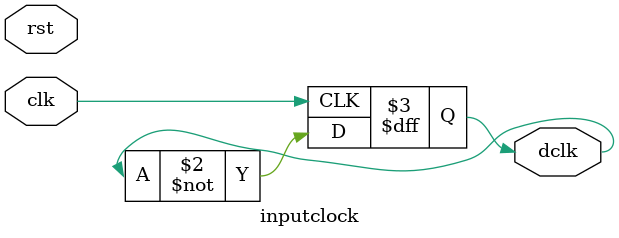
<source format=v>

module main(
	input clk,
	
	input krst,
	
	// DISK CONTROLLER
	
	input mosi_sd,
	output cs_sd,
	output miso_sd,
	output sck_sd,
	
	
	// KEYS
	
	input kin1,
	input kin2,
	input kin3,
	input kin4,

	// KEYBOARD
	
	input ps2clk,
	input ps2data,

	// VIDEO
	output R,
	output G,
	output B,
	
	output hsync,
	output vsync,
	
	// SOUND
	output sound,
	
	// LEDS 
	
	output[3:0] led,
	
	// INTERFACE

	output uart_txd,
	input uart_rxd,
	
	output uart_txd1,
	input uart_rxd1,
	
	input[15:0] gpio_in,
	output[15:0] gpio_out
);

wire inclk;
wire iclk  =clk;

inputclock inclo(.clk(iclk),
					  .rst(irst),
					  .dclk(inclk)
);

wire kkrst;

keyrstmodule krsta(.clk(iclk),
				 .in(krst),
	
				 .tclk(inclk),
				 
				 .rst(kkrst)
);

wire wrst;

wire irq1;
wire irq2;
wire irq3;
wire irq4;
wire irq5;
wire irq6;
wire irq7;

wire saverdy;
wire readrdy;



wire readstart;

wire[1:0] outsel;

wire[31:0] oout1;
wire[31:0] oout2;
wire[31:0] oout3;
wire[31:0] oout4;

wire[31:0] iin1;
wire[31:0] iin2;
wire[31:0] iin3;
wire[31:0] iin4;

wire irst = kkrst;

wire clkm;




wire[31:0] toCPU;

wire[15:0] in1 ;
wire[15:0] in2 ;


wire[14:0] addrCPU;
wire[31:0] fromCPU;
wire wCPU;


wire[15:0] out1;
wire[15:0] out2;


wire[31:0] fromPro;
wire[31:0] inToPro;

wire[31:0] tomRAM8;
wire wmRAM8;
wire[14:0] addrmRAM8;
	
wire[31:0] toCPURAM8;


wire[11:0] addrmROM;
wire[31:0] toCPUROM;

wire mrdy;
wire[23:0] mout;
wire[23:0] min;

wire mstart;



div_input dI50(.clk(iclk),.rst(irst),.clkm(clkm));

keyDevice kD(.clk(clk),
				 .tclk(inclk),
				 
				 .rst(irst),
				 .krst(krst),
				 
				 .irq(irq1),
				
				 .in1(kin1),
				 .in2(kin2),
				 .in3(kin3),
				 .in4(kin4),
				 
				 .out(iin2)
	
);

keyboard keybo(.clk(iclk),
					.rst(irst),
					
					.irq(irq2),
	
					.ps2clk(ps2clk),
					.ps2data(ps2data), 
					.out(iin3)

);


CPU cpu1(.clk(iclk),
			.rst(irst | wrst),
			
			
			.irq1(irq1),
			.irq2(irq2),
			.irq3(irq3),
			.irq4(irq4),
			.irq5(irq5),
			.irq6(irq6),
			.irq7(clkm),
			
			.in1(in1),
			.in2(in2),

	
			.status(status),
	
			// Memory
	
	
			.out1(out1),
			.out2(out2),
			
			.workx(work),
			
			.prst(prst),
			
			// Mem
			.toCPU(toCPU),
		
			.addrCPU(addrCPU),
			.fromCPU(fromCPU),
			.wCPU(wCPU),
			
			.saverdy(saverdy),
			
			.readrdy(readrdy),
			.readstart(readstart),
			
			.outsel(outsel)
	
);

connector cnn(.clk(iclk),
				  .rst(irst),
	
				  .out1(out1),
				  .out2(out2),
	
				  .out(fromPro)
);

wire readRdyRAM;
wire saveRdyRAM;
wire startReadRAM;

wire readRdyROM = 1;
wire startReadROM;


bussystem bussystem(
	.clk(iclk),
	.rst(irst),
	
	.toCPU(toCPU),
		
	.addrCPU(addrCPU),
	.fromCPU(fromCPU),
	.wCPU(wCPU),
	
	.tomRAM8(tomRAM8),
	.wmRAM8(wmRAM8),
	.addrmRAM8(addrmRAM8),
		
	.toCPURAM8(toCPURAM8),


	.addrmROM(addrmROM),
	.toCPUROM(toCPUROM),
	
	.outsel(outsel),
	
	.in1(iin1),
	.in2(iin2),
	.in3(iin3),
	.in4(iin4),
	
	.inToPro(inToPro),

	.fromPro(fromPro),
	.out1(oout1),
	.out2(oout2),
	.out3(oout3),
	.out4(oout4),
			
	.saverdy(saverdy),
			
	.readrdy(readrdy),
	.readstart(readstart),
	
	
	.readRdyRAM(readRdyRAM),
	.readRdyROM(readRdyROM),
	
	.startReadROM(startReadROM),
	.startReadRAM(startReadRAM),
	
	.saveRdyRAM(saveRdyRAM)
);

wire[14:0] xaddr;
wire[31:0] xdin;

wire xwe;

wire[31:0] xout;
BRAMI32 bram8(
	.addr(addrmRAM8),
	.din(tomRAM8),
	
	.clk(iclk),
	.rst(irst),
	
	.we(wmRAM8),
	.out(toCPURAM8),
	
	.startReadRAM(startReadRAM),
	
	.readRdyRAM(readRdyRAM),
	.saveRdyRAM(saveRdyRAM)
	
);

KERNAL kernal(
	.clk(iclk),
	.addr(addrmROM),
	.out(toCPUROM)
);

coprocesor cop(.clk(iclk),
					.rst(irst),

					.devaddrin(2'b01),
					.devaddrout(2'b01),
					
					.in(oout1),
					.out(iin1),

					.mrdy(mrdy),
					.mout(mout),
	
					.min(min),
					.mstart(mstart),
					
					.irq(irq3)
	
);

IOmodule rtc(.clk(iclk),
				.rst(irst),
				
				.wrst(wrst),
				
				.start(mstart),
				.in(min),
	
				.rdy(mrdy),
				.out(mout),
				
				.led(led),
				
				.gpio_in(gpio_in),
				.gpio_out(gpio_out),
				
				.tx1(uart_txd),
				.rx1(uart_rxd),
				
				.tx2(uart_txd1),
				.rx2(uart_rxd1)
);


wire[23:0] outG;
wire stG;
connectorGraphics cGA(.clk(iclk),
							 .rst(irst),
							 
							 .in(oout2),
							 .devaddr(2'd2),
	
							 .out(outG),
							 .start(stG)
);

G10k graphics(.clk(iclk),
				  .rst(irst),
					
				  .in(outG),
				  .start(stG),
					
				  .irq(irq4),
				  .irqc(irq5),
				  
				  .R(R),
				  .G(G),
				  .B(B),
						
				  .hsync(hsync),
				  .vsync(vsync)
	
);

wire[23:0] outB;
wire stB;

connectorGraphics cGB(.clk(iclk),
							 .rst(irst),
							 
							 .in(oout3),
							 .devaddr(2'd3),
	
							 .out(outB),
							 .start(stB)
);


Buzzer16 bz16(.clk(iclk),
				  .rst(irst),
	
				  .start(stB),
				  .in(outB),
	
				  .sound(sound)
);

wire[23:0] outC;
wire stC;



wire[23:0] mout2;
wire mrdy2;

wire[23:0] min2;
wire mstart2;

coprocesor cop2(.clk(iclk),
					.rst(irst),

					.devaddrin(2'd0),
					.devaddrout(2'd0),
					
					.in(oout4),
					.out(iin4),

					.mrdy(mrdy2),
					.mout(mout2),
	
					.min(min2),
					.mstart(mstart2),
					
					.irq(irq6)
	
);

diskcontroller dk(
	.clk(iclk),
	.rst(irst),
	
	.inix(min2),
	.starti(mstart2),
	
	.inti(mrdy2),
	.outi(mout2),
	
	.mosi(mosi_sd),
	
	.cs(cs_sd),
	.miso(miso_sd),
	.sck(sck_sd),
	
	.sck1(sck1_sd),
	.mosi1(mosi1_sd),
	.cs1(cs1_sd),
	.miso1(miso1_sd)
);


assign in1 = {inToPro[15:0]};
assign in2 = {inToPro[31:16]};

endmodule

module inputclock(
	input clk,
	input rst,
	output reg dclk
);

always@(posedge clk)
	dclk <= ~dclk;
endmodule


</source>
